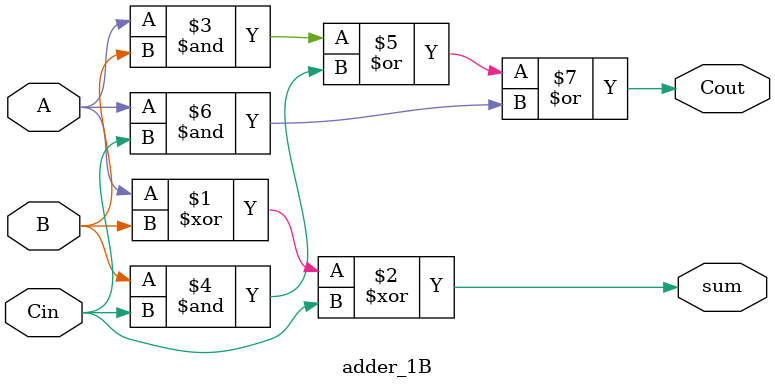
<source format=v>
`timescale 1ns / 1ps

// 1-bit Full Adder 
module adder_1B(sum, Cout, A, B, Cin);
	// Input Ports
	input A, B, Cin;	
	
	// Output Ports
	output sum, Cout;
	
	// Assign statements
	assign sum  = (A ^ B) ^ Cin;
	assign Cout = (A & B) | (B & Cin) | (A & Cin);

endmodule

</source>
